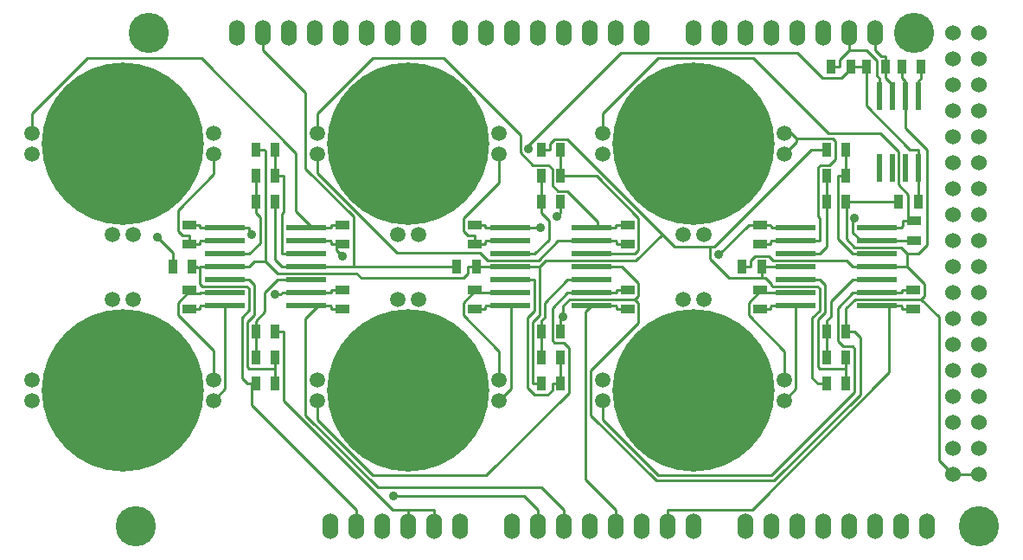
<source format=gtl>
G04 #@! TF.GenerationSoftware,KiCad,Pcbnew,(5.0.0)*
G04 #@! TF.CreationDate,2019-04-25T23:48:33-07:00*
G04 #@! TF.ProjectId,Arduino_Mega_6x,41726475696E6F5F4D6567615F36782E,rev?*
G04 #@! TF.SameCoordinates,Original*
G04 #@! TF.FileFunction,Copper,L1,Top,Signal*
G04 #@! TF.FilePolarity,Positive*
%FSLAX46Y46*%
G04 Gerber Fmt 4.6, Leading zero omitted, Abs format (unit mm)*
G04 Created by KiCad (PCBNEW (5.0.0)) date 04/25/19 23:48:33*
%MOMM*%
%LPD*%
G01*
G04 APERTURE LIST*
G04 #@! TA.AperFunction,ComponentPad*
%ADD10O,1.524000X2.540000*%
G04 #@! TD*
G04 #@! TA.AperFunction,ComponentPad*
%ADD11C,3.937000*%
G04 #@! TD*
G04 #@! TA.AperFunction,ComponentPad*
%ADD12C,1.524000*%
G04 #@! TD*
G04 #@! TA.AperFunction,ComponentPad*
%ADD13C,15.875000*%
G04 #@! TD*
G04 #@! TA.AperFunction,ComponentPad*
%ADD14C,1.500000*%
G04 #@! TD*
G04 #@! TA.AperFunction,SMDPad,CuDef*
%ADD15R,4.000000X0.500000*%
G04 #@! TD*
G04 #@! TA.AperFunction,SMDPad,CuDef*
%ADD16R,1.397000X0.889000*%
G04 #@! TD*
G04 #@! TA.AperFunction,SMDPad,CuDef*
%ADD17R,0.889000X1.397000*%
G04 #@! TD*
G04 #@! TA.AperFunction,SMDPad,CuDef*
%ADD18R,0.500000X2.800000*%
G04 #@! TD*
G04 #@! TA.AperFunction,ViaPad*
%ADD19C,0.889000*%
G04 #@! TD*
G04 #@! TA.AperFunction,Conductor*
%ADD20C,0.254000*%
G04 #@! TD*
G04 APERTURE END LIST*
D10*
G04 #@! TO.P,SHIELD1,14*
G04 #@! TO.N,Net-(SHIELD1-Pad14)*
X265430000Y-36830000D03*
G04 #@! TO.P,SHIELD1,15*
G04 #@! TO.N,Net-(SHIELD1-Pad15)*
X267970000Y-36830000D03*
G04 #@! TO.P,SHIELD1,16*
G04 #@! TO.N,Net-(SHIELD1-Pad16)*
X270510000Y-36830000D03*
G04 #@! TO.P,SHIELD1,17*
G04 #@! TO.N,Net-(SHIELD1-Pad17)*
X273050000Y-36830000D03*
G04 #@! TO.P,SHIELD1,18*
G04 #@! TO.N,Net-(SHIELD1-Pad18)*
X275590000Y-36830000D03*
G04 #@! TO.P,SHIELD1,19*
G04 #@! TO.N,Net-(SHIELD1-Pad19)*
X278130000Y-36830000D03*
G04 #@! TO.P,SHIELD1,20*
G04 #@! TO.N,Net-(R26-Pad1)*
X280670000Y-36830000D03*
G04 #@! TO.P,SHIELD1,21*
G04 #@! TO.N,Net-(R25-Pad2)*
X283210000Y-36830000D03*
G04 #@! TO.P,SHIELD1,AD15*
G04 #@! TO.N,Net-(SHIELD1-PadAD15)*
X288290000Y-85090000D03*
G04 #@! TO.P,SHIELD1,AD14*
G04 #@! TO.N,Net-(SHIELD1-PadAD14)*
X285750000Y-85090000D03*
G04 #@! TO.P,SHIELD1,AD13*
G04 #@! TO.N,Net-(SHIELD1-PadAD13)*
X283210000Y-85090000D03*
G04 #@! TO.P,SHIELD1,AD12*
G04 #@! TO.N,Net-(SHIELD1-PadAD12)*
X280670000Y-85090000D03*
G04 #@! TO.P,SHIELD1,AD8*
G04 #@! TO.N,Net-(SHIELD1-PadAD8)*
X270510000Y-85090000D03*
G04 #@! TO.P,SHIELD1,AD7*
G04 #@! TO.N,Net-(SHIELD1-PadAD7)*
X265430000Y-85090000D03*
G04 #@! TO.P,SHIELD1,AD6*
G04 #@! TO.N,Net-(R24-Pad2)*
X262890000Y-85090000D03*
G04 #@! TO.P,SHIELD1,AD9*
G04 #@! TO.N,Net-(SHIELD1-PadAD9)*
X273050000Y-85090000D03*
G04 #@! TO.P,SHIELD1,AD10*
G04 #@! TO.N,Net-(SHIELD1-PadAD10)*
X275590000Y-85090000D03*
G04 #@! TO.P,SHIELD1,AD11*
G04 #@! TO.N,Net-(SHIELD1-PadAD11)*
X278130000Y-85090000D03*
G04 #@! TO.P,SHIELD1,AD5*
G04 #@! TO.N,Net-(R17-Pad2)*
X260350000Y-85090000D03*
G04 #@! TO.P,SHIELD1,AD4*
G04 #@! TO.N,Net-(R16-Pad2)*
X257810000Y-85090000D03*
G04 #@! TO.P,SHIELD1,AD3*
G04 #@! TO.N,Net-(R9-Pad2)*
X255270000Y-85090000D03*
G04 #@! TO.P,SHIELD1,AD0*
G04 #@! TO.N,Net-(SHIELD1-PadAD0)*
X247650000Y-85090000D03*
G04 #@! TO.P,SHIELD1,AD1*
G04 #@! TO.N,Net-(R1-Pad2)*
X250190000Y-85090000D03*
G04 #@! TO.P,SHIELD1,AD2*
G04 #@! TO.N,Net-(R8-Pad2)*
X252730000Y-85090000D03*
G04 #@! TO.P,SHIELD1,V_IN*
G04 #@! TO.N,Net-(SHIELD1-PadV_IN)*
X242570000Y-85090000D03*
G04 #@! TO.P,SHIELD1,GND2*
G04 #@! TO.N,GND*
X240030000Y-85090000D03*
G04 #@! TO.P,SHIELD1,GND1*
X237490000Y-85090000D03*
G04 #@! TO.P,SHIELD1,3V3*
G04 #@! TO.N,+3.3V*
X232410000Y-85090000D03*
G04 #@! TO.P,SHIELD1,RST*
G04 #@! TO.N,Net-(SHIELD1-PadRST)*
X229870000Y-85090000D03*
G04 #@! TO.P,SHIELD1,0*
G04 #@! TO.N,Net-(SHIELD1-Pad0)*
X260350000Y-36830000D03*
G04 #@! TO.P,SHIELD1,1*
G04 #@! TO.N,Net-(SHIELD1-Pad1)*
X257810000Y-36830000D03*
G04 #@! TO.P,SHIELD1,2*
G04 #@! TO.N,Net-(SHIELD1-Pad2)*
X255270000Y-36830000D03*
G04 #@! TO.P,SHIELD1,3*
G04 #@! TO.N,Net-(SHIELD1-Pad3)*
X252730000Y-36830000D03*
G04 #@! TO.P,SHIELD1,4*
G04 #@! TO.N,Net-(SHIELD1-Pad4)*
X250190000Y-36830000D03*
G04 #@! TO.P,SHIELD1,5*
G04 #@! TO.N,Net-(SHIELD1-Pad5)*
X247650000Y-36830000D03*
G04 #@! TO.P,SHIELD1,6*
G04 #@! TO.N,Net-(SHIELD1-Pad6)*
X245110000Y-36830000D03*
G04 #@! TO.P,SHIELD1,7*
G04 #@! TO.N,Net-(SHIELD1-Pad7)*
X242570000Y-36830000D03*
G04 #@! TO.P,SHIELD1,8*
G04 #@! TO.N,Net-(SHIELD1-Pad8)*
X238506000Y-36830000D03*
G04 #@! TO.P,SHIELD1,9*
G04 #@! TO.N,Net-(SHIELD1-Pad9)*
X235966000Y-36830000D03*
G04 #@! TO.P,SHIELD1,10*
G04 #@! TO.N,Net-(SHIELD1-Pad10)*
X233426000Y-36830000D03*
G04 #@! TO.P,SHIELD1,11*
G04 #@! TO.N,Net-(SHIELD1-Pad11)*
X230886000Y-36830000D03*
G04 #@! TO.P,SHIELD1,12*
G04 #@! TO.N,Net-(SHIELD1-Pad12)*
X228346000Y-36830000D03*
G04 #@! TO.P,SHIELD1,13*
G04 #@! TO.N,Net-(SHIELD1-Pad13)*
X225806000Y-36830000D03*
G04 #@! TO.P,SHIELD1,GND3*
G04 #@! TO.N,GND*
X223266000Y-36830000D03*
G04 #@! TO.P,SHIELD1,AREF*
G04 #@! TO.N,Net-(SHIELD1-PadAREF)*
X220726000Y-36830000D03*
G04 #@! TO.P,SHIELD1,5V*
G04 #@! TO.N,+5V*
X234950000Y-85090000D03*
D11*
G04 #@! TO.P,SHIELD1,*
G04 #@! TO.N,*
X293370000Y-85090000D03*
X287020000Y-36830000D03*
X212090000Y-36830000D03*
X210820000Y-85090000D03*
D12*
G04 #@! TO.P,SHIELD1,22*
G04 #@! TO.N,Net-(SHIELD1-Pad22)*
X290830000Y-39370000D03*
G04 #@! TO.P,SHIELD1,23*
G04 #@! TO.N,Net-(SHIELD1-Pad23)*
X293370000Y-39370000D03*
G04 #@! TO.P,SHIELD1,24*
G04 #@! TO.N,Net-(SHIELD1-Pad24)*
X290830000Y-41910000D03*
G04 #@! TO.P,SHIELD1,25*
G04 #@! TO.N,Net-(SHIELD1-Pad25)*
X293370000Y-41910000D03*
G04 #@! TO.P,SHIELD1,26*
G04 #@! TO.N,Net-(SHIELD1-Pad26)*
X290830000Y-44450000D03*
G04 #@! TO.P,SHIELD1,27*
G04 #@! TO.N,Net-(SHIELD1-Pad27)*
X293370000Y-44450000D03*
G04 #@! TO.P,SHIELD1,28*
G04 #@! TO.N,Net-(SHIELD1-Pad28)*
X290830000Y-46990000D03*
G04 #@! TO.P,SHIELD1,29*
G04 #@! TO.N,Net-(SHIELD1-Pad29)*
X293370000Y-46990000D03*
G04 #@! TO.P,SHIELD1,5V_4*
G04 #@! TO.N,Net-(SHIELD1-Pad5V_4)*
X290830000Y-36830000D03*
G04 #@! TO.P,SHIELD1,5V_5*
G04 #@! TO.N,Net-(SHIELD1-Pad5V_5)*
X293370000Y-36830000D03*
G04 #@! TO.P,SHIELD1,31*
G04 #@! TO.N,Net-(SHIELD1-Pad31)*
X293370000Y-49530000D03*
G04 #@! TO.P,SHIELD1,30*
G04 #@! TO.N,Net-(SHIELD1-Pad30)*
X290830000Y-49530000D03*
G04 #@! TO.P,SHIELD1,32*
G04 #@! TO.N,Net-(SHIELD1-Pad32)*
X290830000Y-52070000D03*
G04 #@! TO.P,SHIELD1,33*
G04 #@! TO.N,Net-(SHIELD1-Pad33)*
X293370000Y-52070000D03*
G04 #@! TO.P,SHIELD1,34*
G04 #@! TO.N,Net-(SHIELD1-Pad34)*
X290830000Y-54610000D03*
G04 #@! TO.P,SHIELD1,35*
G04 #@! TO.N,Net-(SHIELD1-Pad35)*
X293370000Y-54610000D03*
G04 #@! TO.P,SHIELD1,36*
G04 #@! TO.N,Net-(SHIELD1-Pad36)*
X290830000Y-57150000D03*
G04 #@! TO.P,SHIELD1,37*
G04 #@! TO.N,Net-(SHIELD1-Pad37)*
X293370000Y-57150000D03*
G04 #@! TO.P,SHIELD1,38*
G04 #@! TO.N,Net-(SHIELD1-Pad38)*
X290830000Y-59690000D03*
G04 #@! TO.P,SHIELD1,39*
G04 #@! TO.N,Net-(SHIELD1-Pad39)*
X293370000Y-59690000D03*
G04 #@! TO.P,SHIELD1,40*
G04 #@! TO.N,Net-(SHIELD1-Pad40)*
X290830000Y-62230000D03*
G04 #@! TO.P,SHIELD1,41*
G04 #@! TO.N,Net-(SHIELD1-Pad41)*
X293370000Y-62230000D03*
G04 #@! TO.P,SHIELD1,42*
G04 #@! TO.N,Net-(SHIELD1-Pad42)*
X290830000Y-64770000D03*
G04 #@! TO.P,SHIELD1,43*
G04 #@! TO.N,Net-(SHIELD1-Pad43)*
X293370000Y-64770000D03*
G04 #@! TO.P,SHIELD1,44*
G04 #@! TO.N,Net-(SHIELD1-Pad44)*
X290830000Y-67310000D03*
G04 #@! TO.P,SHIELD1,45*
G04 #@! TO.N,Net-(SHIELD1-Pad45)*
X293370000Y-67310000D03*
G04 #@! TO.P,SHIELD1,46*
G04 #@! TO.N,Net-(SHIELD1-Pad46)*
X290830000Y-69850000D03*
G04 #@! TO.P,SHIELD1,47*
G04 #@! TO.N,Net-(SHIELD1-Pad47)*
X293370000Y-69850000D03*
G04 #@! TO.P,SHIELD1,48*
G04 #@! TO.N,Net-(SHIELD1-Pad48)*
X290830000Y-72390000D03*
G04 #@! TO.P,SHIELD1,49*
G04 #@! TO.N,Net-(SHIELD1-Pad49)*
X293370000Y-72390000D03*
G04 #@! TO.P,SHIELD1,50*
G04 #@! TO.N,Net-(SHIELD1-Pad50)*
X290830000Y-74930000D03*
G04 #@! TO.P,SHIELD1,51*
G04 #@! TO.N,Net-(SHIELD1-Pad51)*
X293370000Y-74930000D03*
G04 #@! TO.P,SHIELD1,52*
G04 #@! TO.N,Net-(SHIELD1-Pad52)*
X290830000Y-77470000D03*
G04 #@! TO.P,SHIELD1,53*
G04 #@! TO.N,Net-(SHIELD1-Pad53)*
X293370000Y-77470000D03*
G04 #@! TO.P,SHIELD1,GND4*
G04 #@! TO.N,GND*
X290830000Y-80010000D03*
G04 #@! TO.P,SHIELD1,GND5*
X293370000Y-80010000D03*
G04 #@! TD*
D13*
G04 #@! TO.P,U1,*
G04 #@! TO.N,*
X209550000Y-47625000D03*
D14*
G04 #@! TO.P,U1,1*
G04 #@! TO.N,Net-(R1-Pad1)*
X218440000Y-48628300D03*
G04 #@! TO.P,U1,*
G04 #@! TO.N,*
X210553300Y-56515000D03*
X208546700Y-56515000D03*
G04 #@! TO.P,U1,6*
G04 #@! TO.N,Net-(R1-Pad1)*
X218440000Y-46621700D03*
G04 #@! TO.P,U1,4*
G04 #@! TO.N,Net-(C5-Pad1)*
X200660000Y-48628300D03*
G04 #@! TO.P,U1,5*
G04 #@! TO.N,Net-(C5-Pad2)*
X200660000Y-46621700D03*
G04 #@! TD*
D13*
G04 #@! TO.P,U3,*
G04 #@! TO.N,*
X265430000Y-47625000D03*
D14*
G04 #@! TO.P,U3,1*
G04 #@! TO.N,Net-(R17-Pad1)*
X274320000Y-48628300D03*
G04 #@! TO.P,U3,*
G04 #@! TO.N,*
X266433300Y-56515000D03*
X264426700Y-56515000D03*
G04 #@! TO.P,U3,6*
G04 #@! TO.N,Net-(R17-Pad1)*
X274320000Y-46621700D03*
G04 #@! TO.P,U3,4*
G04 #@! TO.N,Net-(C9-Pad1)*
X256540000Y-48628300D03*
G04 #@! TO.P,U3,5*
G04 #@! TO.N,Net-(C9-Pad2)*
X256540000Y-46621700D03*
G04 #@! TD*
D13*
G04 #@! TO.P,U2,*
G04 #@! TO.N,*
X237490000Y-47625000D03*
D14*
G04 #@! TO.P,U2,1*
G04 #@! TO.N,Net-(R9-Pad1)*
X246380000Y-48628300D03*
G04 #@! TO.P,U2,*
G04 #@! TO.N,*
X238493300Y-56515000D03*
X236486700Y-56515000D03*
G04 #@! TO.P,U2,6*
G04 #@! TO.N,Net-(R9-Pad1)*
X246380000Y-46621700D03*
G04 #@! TO.P,U2,4*
G04 #@! TO.N,Net-(C7-Pad1)*
X228600000Y-48628300D03*
G04 #@! TO.P,U2,5*
G04 #@! TO.N,Net-(C7-Pad2)*
X228600000Y-46621700D03*
G04 #@! TD*
D13*
G04 #@! TO.P,U4,*
G04 #@! TO.N,*
X209550000Y-71755000D03*
D14*
G04 #@! TO.P,U4,1*
G04 #@! TO.N,Net-(R8-Pad1)*
X200660000Y-70751700D03*
G04 #@! TO.P,U4,*
G04 #@! TO.N,*
X208546700Y-62865000D03*
X210553300Y-62865000D03*
G04 #@! TO.P,U4,6*
G04 #@! TO.N,Net-(R8-Pad1)*
X200660000Y-72758300D03*
G04 #@! TO.P,U4,4*
G04 #@! TO.N,Net-(C4-Pad2)*
X218440000Y-70751700D03*
G04 #@! TO.P,U4,5*
G04 #@! TO.N,Net-(C4-Pad1)*
X218440000Y-72758300D03*
G04 #@! TD*
D13*
G04 #@! TO.P,U5,*
G04 #@! TO.N,*
X237490000Y-71755000D03*
D14*
G04 #@! TO.P,U5,1*
G04 #@! TO.N,Net-(R16-Pad1)*
X228600000Y-70751700D03*
G04 #@! TO.P,U5,*
G04 #@! TO.N,*
X236486700Y-62865000D03*
X238493300Y-62865000D03*
G04 #@! TO.P,U5,6*
G04 #@! TO.N,Net-(R16-Pad1)*
X228600000Y-72758300D03*
G04 #@! TO.P,U5,4*
G04 #@! TO.N,Net-(C6-Pad2)*
X246380000Y-70751700D03*
G04 #@! TO.P,U5,5*
G04 #@! TO.N,Net-(C6-Pad1)*
X246380000Y-72758300D03*
G04 #@! TD*
D13*
G04 #@! TO.P,U6,*
G04 #@! TO.N,*
X265430000Y-71755000D03*
D14*
G04 #@! TO.P,U6,1*
G04 #@! TO.N,Net-(R24-Pad1)*
X256540000Y-70751700D03*
G04 #@! TO.P,U6,*
G04 #@! TO.N,*
X264426700Y-62865000D03*
X266433300Y-62865000D03*
G04 #@! TO.P,U6,6*
G04 #@! TO.N,Net-(R24-Pad1)*
X256540000Y-72758300D03*
G04 #@! TO.P,U6,4*
G04 #@! TO.N,Net-(C8-Pad2)*
X274320000Y-70751700D03*
G04 #@! TO.P,U6,5*
G04 #@! TO.N,Net-(C8-Pad1)*
X274320000Y-72758300D03*
G04 #@! TD*
D15*
G04 #@! TO.P,U9,1*
G04 #@! TO.N,Net-(R17-Pad2)*
X275400000Y-55880000D03*
G04 #@! TO.P,U9,2*
G04 #@! TO.N,Net-(R17-Pad1)*
X275400000Y-57150000D03*
G04 #@! TO.P,U9,3*
G04 #@! TO.N,Net-(R19-Pad1)*
X275400000Y-58420000D03*
G04 #@! TO.P,U9,4*
G04 #@! TO.N,+3.3V*
X275400000Y-59690000D03*
G04 #@! TO.P,U9,5*
G04 #@! TO.N,Net-(R22-Pad2)*
X275400000Y-60960000D03*
G04 #@! TO.P,U9,6*
G04 #@! TO.N,Net-(C8-Pad2)*
X275400000Y-62230000D03*
G04 #@! TO.P,U9,7*
G04 #@! TO.N,Net-(C8-Pad1)*
X275400000Y-63500000D03*
G04 #@! TO.P,U9,8*
G04 #@! TO.N,Net-(R24-Pad2)*
X283400000Y-63500000D03*
G04 #@! TO.P,U9,9*
G04 #@! TO.N,Net-(R24-Pad1)*
X283400000Y-62230000D03*
G04 #@! TO.P,U9,10*
G04 #@! TO.N,Net-(R21-Pad1)*
X283400000Y-60960000D03*
G04 #@! TO.P,U9,11*
G04 #@! TO.N,GND*
X283400000Y-59690000D03*
G04 #@! TO.P,U9,12*
G04 #@! TO.N,Net-(R18-Pad2)*
X283400000Y-58420000D03*
G04 #@! TO.P,U9,13*
G04 #@! TO.N,Net-(C9-Pad1)*
X283400000Y-57150000D03*
G04 #@! TO.P,U9,14*
G04 #@! TO.N,Net-(C9-Pad2)*
X283400000Y-55880000D03*
G04 #@! TD*
G04 #@! TO.P,U7,1*
G04 #@! TO.N,Net-(R1-Pad2)*
X219520000Y-55880000D03*
G04 #@! TO.P,U7,2*
G04 #@! TO.N,Net-(R1-Pad1)*
X219520000Y-57150000D03*
G04 #@! TO.P,U7,3*
G04 #@! TO.N,Net-(R3-Pad1)*
X219520000Y-58420000D03*
G04 #@! TO.P,U7,4*
G04 #@! TO.N,+3.3V*
X219520000Y-59690000D03*
G04 #@! TO.P,U7,5*
G04 #@! TO.N,Net-(R6-Pad2)*
X219520000Y-60960000D03*
G04 #@! TO.P,U7,6*
G04 #@! TO.N,Net-(C4-Pad2)*
X219520000Y-62230000D03*
G04 #@! TO.P,U7,7*
G04 #@! TO.N,Net-(C4-Pad1)*
X219520000Y-63500000D03*
G04 #@! TO.P,U7,8*
G04 #@! TO.N,Net-(R8-Pad2)*
X227520000Y-63500000D03*
G04 #@! TO.P,U7,9*
G04 #@! TO.N,Net-(R8-Pad1)*
X227520000Y-62230000D03*
G04 #@! TO.P,U7,10*
G04 #@! TO.N,Net-(R5-Pad1)*
X227520000Y-60960000D03*
G04 #@! TO.P,U7,11*
G04 #@! TO.N,GND*
X227520000Y-59690000D03*
G04 #@! TO.P,U7,12*
G04 #@! TO.N,Net-(R2-Pad2)*
X227520000Y-58420000D03*
G04 #@! TO.P,U7,13*
G04 #@! TO.N,Net-(C5-Pad1)*
X227520000Y-57150000D03*
G04 #@! TO.P,U7,14*
G04 #@! TO.N,Net-(C5-Pad2)*
X227520000Y-55880000D03*
G04 #@! TD*
G04 #@! TO.P,U8,1*
G04 #@! TO.N,Net-(R9-Pad2)*
X247460000Y-55880000D03*
G04 #@! TO.P,U8,2*
G04 #@! TO.N,Net-(R9-Pad1)*
X247460000Y-57150000D03*
G04 #@! TO.P,U8,3*
G04 #@! TO.N,Net-(R11-Pad1)*
X247460000Y-58420000D03*
G04 #@! TO.P,U8,4*
G04 #@! TO.N,+3.3V*
X247460000Y-59690000D03*
G04 #@! TO.P,U8,5*
G04 #@! TO.N,Net-(R14-Pad2)*
X247460000Y-60960000D03*
G04 #@! TO.P,U8,6*
G04 #@! TO.N,Net-(C6-Pad2)*
X247460000Y-62230000D03*
G04 #@! TO.P,U8,7*
G04 #@! TO.N,Net-(C6-Pad1)*
X247460000Y-63500000D03*
G04 #@! TO.P,U8,8*
G04 #@! TO.N,Net-(R16-Pad2)*
X255460000Y-63500000D03*
G04 #@! TO.P,U8,9*
G04 #@! TO.N,Net-(R16-Pad1)*
X255460000Y-62230000D03*
G04 #@! TO.P,U8,10*
G04 #@! TO.N,Net-(R13-Pad1)*
X255460000Y-60960000D03*
G04 #@! TO.P,U8,11*
G04 #@! TO.N,GND*
X255460000Y-59690000D03*
G04 #@! TO.P,U8,12*
G04 #@! TO.N,Net-(R10-Pad2)*
X255460000Y-58420000D03*
G04 #@! TO.P,U8,13*
G04 #@! TO.N,Net-(C7-Pad1)*
X255460000Y-57150000D03*
G04 #@! TO.P,U8,14*
G04 #@! TO.N,Net-(C7-Pad2)*
X255460000Y-55880000D03*
G04 #@! TD*
D16*
G04 #@! TO.P,R1,1*
G04 #@! TO.N,Net-(R1-Pad1)*
X216027000Y-57467500D03*
G04 #@! TO.P,R1,2*
G04 #@! TO.N,Net-(R1-Pad2)*
X216027000Y-55562500D03*
G04 #@! TD*
G04 #@! TO.P,R8,1*
G04 #@! TO.N,Net-(R8-Pad1)*
X231013000Y-61912500D03*
G04 #@! TO.P,R8,2*
G04 #@! TO.N,Net-(R8-Pad2)*
X231013000Y-63817500D03*
G04 #@! TD*
D17*
G04 #@! TO.P,R3,1*
G04 #@! TO.N,Net-(R3-Pad1)*
X222567500Y-50800000D03*
G04 #@! TO.P,R3,2*
G04 #@! TO.N,Net-(R2-Pad2)*
X224472500Y-50800000D03*
G04 #@! TD*
G04 #@! TO.P,R4,1*
G04 #@! TO.N,Net-(R3-Pad1)*
X222567500Y-53340000D03*
G04 #@! TO.P,R4,2*
G04 #@! TO.N,GND*
X224472500Y-53340000D03*
G04 #@! TD*
G04 #@! TO.P,R2,1*
G04 #@! TO.N,+3.3V*
X222567500Y-48260000D03*
G04 #@! TO.P,R2,2*
G04 #@! TO.N,Net-(R2-Pad2)*
X224472500Y-48260000D03*
G04 #@! TD*
G04 #@! TO.P,R6,1*
G04 #@! TO.N,Net-(R5-Pad1)*
X222567500Y-68580000D03*
G04 #@! TO.P,R6,2*
G04 #@! TO.N,Net-(R6-Pad2)*
X224472500Y-68580000D03*
G04 #@! TD*
G04 #@! TO.P,R5,1*
G04 #@! TO.N,Net-(R5-Pad1)*
X222567500Y-66040000D03*
G04 #@! TO.P,R5,2*
G04 #@! TO.N,GND*
X224472500Y-66040000D03*
G04 #@! TD*
G04 #@! TO.P,R7,1*
G04 #@! TO.N,+3.3V*
X222567500Y-71120000D03*
G04 #@! TO.P,R7,2*
G04 #@! TO.N,Net-(R6-Pad2)*
X224472500Y-71120000D03*
G04 #@! TD*
D16*
G04 #@! TO.P,R9,1*
G04 #@! TO.N,Net-(R9-Pad1)*
X243967000Y-57467500D03*
G04 #@! TO.P,R9,2*
G04 #@! TO.N,Net-(R9-Pad2)*
X243967000Y-55562500D03*
G04 #@! TD*
G04 #@! TO.P,R16,1*
G04 #@! TO.N,Net-(R16-Pad1)*
X258953000Y-61912500D03*
G04 #@! TO.P,R16,2*
G04 #@! TO.N,Net-(R16-Pad2)*
X258953000Y-63817500D03*
G04 #@! TD*
D17*
G04 #@! TO.P,R11,1*
G04 #@! TO.N,Net-(R11-Pad1)*
X250507500Y-50800000D03*
G04 #@! TO.P,R11,2*
G04 #@! TO.N,Net-(R10-Pad2)*
X252412500Y-50800000D03*
G04 #@! TD*
G04 #@! TO.P,R12,1*
G04 #@! TO.N,Net-(R11-Pad1)*
X250507500Y-53340000D03*
G04 #@! TO.P,R12,2*
G04 #@! TO.N,GND*
X252412500Y-53340000D03*
G04 #@! TD*
G04 #@! TO.P,R10,1*
G04 #@! TO.N,+3.3V*
X250507500Y-48260000D03*
G04 #@! TO.P,R10,2*
G04 #@! TO.N,Net-(R10-Pad2)*
X252412500Y-48260000D03*
G04 #@! TD*
G04 #@! TO.P,R14,1*
G04 #@! TO.N,Net-(R13-Pad1)*
X250507500Y-68580000D03*
G04 #@! TO.P,R14,2*
G04 #@! TO.N,Net-(R14-Pad2)*
X252412500Y-68580000D03*
G04 #@! TD*
G04 #@! TO.P,R13,1*
G04 #@! TO.N,Net-(R13-Pad1)*
X250507500Y-66040000D03*
G04 #@! TO.P,R13,2*
G04 #@! TO.N,GND*
X252412500Y-66040000D03*
G04 #@! TD*
G04 #@! TO.P,R15,1*
G04 #@! TO.N,+3.3V*
X250507500Y-71120000D03*
G04 #@! TO.P,R15,2*
G04 #@! TO.N,Net-(R14-Pad2)*
X252412500Y-71120000D03*
G04 #@! TD*
D16*
G04 #@! TO.P,R17,1*
G04 #@! TO.N,Net-(R17-Pad1)*
X271907000Y-57467500D03*
G04 #@! TO.P,R17,2*
G04 #@! TO.N,Net-(R17-Pad2)*
X271907000Y-55562500D03*
G04 #@! TD*
G04 #@! TO.P,R24,1*
G04 #@! TO.N,Net-(R24-Pad1)*
X286893000Y-61912500D03*
G04 #@! TO.P,R24,2*
G04 #@! TO.N,Net-(R24-Pad2)*
X286893000Y-63817500D03*
G04 #@! TD*
D17*
G04 #@! TO.P,R19,1*
G04 #@! TO.N,Net-(R19-Pad1)*
X278447500Y-50800000D03*
G04 #@! TO.P,R19,2*
G04 #@! TO.N,Net-(R18-Pad2)*
X280352500Y-50800000D03*
G04 #@! TD*
G04 #@! TO.P,R20,1*
G04 #@! TO.N,Net-(R19-Pad1)*
X278447500Y-53340000D03*
G04 #@! TO.P,R20,2*
G04 #@! TO.N,GND*
X280352500Y-53340000D03*
G04 #@! TD*
G04 #@! TO.P,R18,1*
G04 #@! TO.N,+3.3V*
X278447500Y-48260000D03*
G04 #@! TO.P,R18,2*
G04 #@! TO.N,Net-(R18-Pad2)*
X280352500Y-48260000D03*
G04 #@! TD*
G04 #@! TO.P,R22,1*
G04 #@! TO.N,Net-(R21-Pad1)*
X278447500Y-68580000D03*
G04 #@! TO.P,R22,2*
G04 #@! TO.N,Net-(R22-Pad2)*
X280352500Y-68580000D03*
G04 #@! TD*
G04 #@! TO.P,R21,1*
G04 #@! TO.N,Net-(R21-Pad1)*
X278447500Y-66040000D03*
G04 #@! TO.P,R21,2*
G04 #@! TO.N,GND*
X280352500Y-66040000D03*
G04 #@! TD*
G04 #@! TO.P,R23,1*
G04 #@! TO.N,+3.3V*
X278447500Y-71120000D03*
G04 #@! TO.P,R23,2*
G04 #@! TO.N,Net-(R22-Pad2)*
X280352500Y-71120000D03*
G04 #@! TD*
G04 #@! TO.P,C1,1*
G04 #@! TO.N,+3.3V*
X216344500Y-59690000D03*
G04 #@! TO.P,C1,2*
G04 #@! TO.N,GND*
X214439500Y-59690000D03*
G04 #@! TD*
G04 #@! TO.P,C2,1*
G04 #@! TO.N,+3.3V*
X244157500Y-59690000D03*
G04 #@! TO.P,C2,2*
G04 #@! TO.N,GND*
X242252500Y-59690000D03*
G04 #@! TD*
G04 #@! TO.P,C3,1*
G04 #@! TO.N,+3.3V*
X272097500Y-59690000D03*
G04 #@! TO.P,C3,2*
G04 #@! TO.N,GND*
X270192500Y-59690000D03*
G04 #@! TD*
D16*
G04 #@! TO.P,C5,1*
G04 #@! TO.N,Net-(C5-Pad1)*
X231013000Y-57467500D03*
G04 #@! TO.P,C5,2*
G04 #@! TO.N,Net-(C5-Pad2)*
X231013000Y-55562500D03*
G04 #@! TD*
G04 #@! TO.P,C4,1*
G04 #@! TO.N,Net-(C4-Pad1)*
X216027000Y-63817500D03*
G04 #@! TO.P,C4,2*
G04 #@! TO.N,Net-(C4-Pad2)*
X216027000Y-61912500D03*
G04 #@! TD*
G04 #@! TO.P,C6,1*
G04 #@! TO.N,Net-(C6-Pad1)*
X243967000Y-63817500D03*
G04 #@! TO.P,C6,2*
G04 #@! TO.N,Net-(C6-Pad2)*
X243967000Y-61912500D03*
G04 #@! TD*
G04 #@! TO.P,C8,1*
G04 #@! TO.N,Net-(C8-Pad1)*
X271907000Y-63817500D03*
G04 #@! TO.P,C8,2*
G04 #@! TO.N,Net-(C8-Pad2)*
X271907000Y-61912500D03*
G04 #@! TD*
G04 #@! TO.P,C9,1*
G04 #@! TO.N,Net-(C9-Pad1)*
X287020000Y-57086500D03*
G04 #@! TO.P,C9,2*
G04 #@! TO.N,Net-(C9-Pad2)*
X287020000Y-55181500D03*
G04 #@! TD*
G04 #@! TO.P,C7,1*
G04 #@! TO.N,Net-(C7-Pad1)*
X258953000Y-57467500D03*
G04 #@! TO.P,C7,2*
G04 #@! TO.N,Net-(C7-Pad2)*
X258953000Y-55562500D03*
G04 #@! TD*
D18*
G04 #@! TO.P,U11,1*
G04 #@! TO.N,Net-(C13-Pad2)*
X287401000Y-42982000D03*
G04 #@! TO.P,U11,2*
G04 #@! TO.N,GND*
X286131000Y-42982000D03*
G04 #@! TO.P,U11,3*
G04 #@! TO.N,Net-(R25-Pad2)*
X284861000Y-42982000D03*
G04 #@! TO.P,U11,4*
G04 #@! TO.N,Net-(R26-Pad1)*
X283591000Y-42982000D03*
G04 #@! TO.P,U11,5*
G04 #@! TO.N,Net-(U11-Pad5)*
X283591000Y-49982000D03*
G04 #@! TO.P,U11,6*
G04 #@! TO.N,Net-(U11-Pad6)*
X284861000Y-49982000D03*
G04 #@! TO.P,U11,7*
G04 #@! TO.N,Net-(U11-Pad7)*
X286131000Y-49982000D03*
G04 #@! TO.P,U11,8*
G04 #@! TO.N,+5V*
X287401000Y-49982000D03*
G04 #@! TD*
D17*
G04 #@! TO.P,C13,1*
G04 #@! TO.N,GND*
X285813500Y-40132000D03*
G04 #@! TO.P,C13,2*
G04 #@! TO.N,Net-(C13-Pad2)*
X287718500Y-40132000D03*
G04 #@! TD*
G04 #@! TO.P,C14,1*
G04 #@! TO.N,+5V*
X287400500Y-53340000D03*
G04 #@! TO.P,C14,2*
G04 #@! TO.N,GND*
X285495500Y-53340000D03*
G04 #@! TD*
G04 #@! TO.P,R25,1*
G04 #@! TO.N,+5V*
X282321500Y-40132000D03*
G04 #@! TO.P,R25,2*
G04 #@! TO.N,Net-(R25-Pad2)*
X284226500Y-40132000D03*
G04 #@! TD*
G04 #@! TO.P,R26,1*
G04 #@! TO.N,Net-(R26-Pad1)*
X278891500Y-40132000D03*
G04 #@! TO.P,R26,2*
G04 #@! TO.N,+5V*
X280796500Y-40132000D03*
G04 #@! TD*
D19*
G04 #@! TO.N,+5V*
X249294400Y-48177900D03*
G04 #@! TO.N,GND*
X212935600Y-56823100D03*
X252009300Y-54744700D03*
X252669400Y-64552200D03*
G04 #@! TO.N,Net-(C5-Pad1)*
X231019500Y-58612400D03*
G04 #@! TO.N,Net-(C9-Pad1)*
X281215800Y-54921000D03*
G04 #@! TO.N,Net-(R1-Pad2)*
X236036200Y-82086800D03*
X222144600Y-56494800D03*
G04 #@! TO.N,Net-(R8-Pad1)*
X224483600Y-62333900D03*
G04 #@! TO.N,Net-(R9-Pad2)*
X250402300Y-55880000D03*
G04 #@! TO.N,Net-(R17-Pad2)*
X267858100Y-58488000D03*
G04 #@! TD*
D20*
G04 #@! TO.N,+3.3V*
X232410000Y-85090000D02*
X232410000Y-83438700D01*
X222154600Y-71120000D02*
X222154600Y-73183300D01*
X222154600Y-73183300D02*
X232410000Y-83438700D01*
X222154600Y-71120000D02*
X221741700Y-71120000D01*
X222567500Y-71120000D02*
X222154600Y-71120000D01*
X217091100Y-59737600D02*
X217122200Y-59768700D01*
X217122200Y-59768700D02*
X217122200Y-61363600D01*
X217122200Y-61363600D02*
X217350000Y-61591400D01*
X217350000Y-61591400D02*
X221676300Y-61591400D01*
X221676300Y-61591400D02*
X221901400Y-61816500D01*
X221901400Y-61816500D02*
X221901400Y-63924400D01*
X221901400Y-63924400D02*
X221200800Y-64625000D01*
X221200800Y-64625000D02*
X221200800Y-70579100D01*
X221200800Y-70579100D02*
X221741700Y-71120000D01*
X217091100Y-59737600D02*
X216805000Y-59737600D01*
X216805000Y-59737600D02*
X216757400Y-59690000D01*
X217138700Y-59690000D02*
X217091100Y-59737600D01*
X223511700Y-59143900D02*
X222447400Y-59143900D01*
X222447400Y-59143900D02*
X221901300Y-59690000D01*
X243331700Y-59690000D02*
X243331700Y-60309300D01*
X243331700Y-60309300D02*
X242871100Y-60769900D01*
X242871100Y-60769900D02*
X232884500Y-60769900D01*
X232884500Y-60769900D02*
X232436000Y-60321400D01*
X232436000Y-60321400D02*
X224689200Y-60321400D01*
X224689200Y-60321400D02*
X223511700Y-59143900D01*
X223511700Y-59143900D02*
X223511700Y-48378400D01*
X223511700Y-48378400D02*
X223393300Y-48260000D01*
X219520000Y-59690000D02*
X221901300Y-59690000D01*
X219520000Y-59690000D02*
X217138700Y-59690000D01*
X222567500Y-48260000D02*
X223393300Y-48260000D01*
X250349600Y-59690000D02*
X250984500Y-59055100D01*
X250984500Y-59055100D02*
X259771100Y-59055100D01*
X259771100Y-59055100D02*
X262337100Y-56489100D01*
X216551000Y-59690000D02*
X216757400Y-59690000D01*
X216344500Y-59690000D02*
X216492700Y-59690000D01*
X216551000Y-59690000D02*
X216492700Y-59690000D01*
X250507500Y-48260000D02*
X251333300Y-48260000D01*
X262337100Y-56489100D02*
X253028100Y-47180100D01*
X253028100Y-47180100D02*
X251793800Y-47180100D01*
X251793800Y-47180100D02*
X251333300Y-47640600D01*
X251333300Y-47640600D02*
X251333300Y-48260000D01*
X262337100Y-56489100D02*
X263550800Y-57702800D01*
X263550800Y-57702800D02*
X267032200Y-57702800D01*
X272097500Y-60769800D02*
X268936700Y-60769800D01*
X268936700Y-60769800D02*
X267032200Y-58865300D01*
X267032200Y-58865300D02*
X267032200Y-57702800D01*
X277621700Y-71120000D02*
X277061500Y-70559800D01*
X277061500Y-70559800D02*
X277061500Y-64696600D01*
X277061500Y-64696600D02*
X277781300Y-63976800D01*
X277781300Y-63976800D02*
X277781300Y-61818300D01*
X277781300Y-61818300D02*
X277558000Y-61595000D01*
X277558000Y-61595000D02*
X273138700Y-61595000D01*
X273138700Y-61595000D02*
X273005800Y-61462100D01*
X273005800Y-61462100D02*
X273005800Y-61329100D01*
X273005800Y-61329100D02*
X272446600Y-60769900D01*
X272446600Y-60769900D02*
X272097500Y-60769900D01*
X272097500Y-60769900D02*
X272097500Y-60769800D01*
X267032200Y-57702800D02*
X267468700Y-57702800D01*
X267468700Y-57702800D02*
X276911500Y-48260000D01*
X276911500Y-48260000D02*
X278447500Y-48260000D01*
X249714200Y-59690000D02*
X250349600Y-59690000D01*
X249681700Y-71120000D02*
X249681700Y-65059100D01*
X249681700Y-65059100D02*
X250349600Y-64391200D01*
X250349600Y-64391200D02*
X250349600Y-59690000D01*
X247460000Y-59690000D02*
X249714200Y-59690000D01*
X244157500Y-59690000D02*
X243331700Y-59690000D01*
X247460000Y-59690000D02*
X244157500Y-59690000D01*
X250507500Y-71120000D02*
X249681700Y-71120000D01*
X272097500Y-59690000D02*
X272097500Y-60769800D01*
X278447500Y-71120000D02*
X277621700Y-71120000D01*
X272097500Y-59690000D02*
X273018700Y-59690000D01*
X275400000Y-59690000D02*
X273018700Y-59690000D01*
G04 #@! TO.N,+5V*
X287401000Y-49982000D02*
X287401000Y-48200700D01*
X287401000Y-48200700D02*
X286582900Y-48200700D01*
X286582900Y-48200700D02*
X282321500Y-43939300D01*
X282321500Y-43939300D02*
X282321500Y-40132000D01*
X287400500Y-52260200D02*
X287401000Y-52259700D01*
X287401000Y-52259700D02*
X287401000Y-49982000D01*
X281003000Y-40132000D02*
X279923100Y-41211900D01*
X279923100Y-41211900D02*
X278065600Y-41211900D01*
X278065600Y-41211900D02*
X275576000Y-38722300D01*
X275576000Y-38722300D02*
X258348200Y-38722300D01*
X258348200Y-38722300D02*
X249294400Y-47776100D01*
X249294400Y-47776100D02*
X249294400Y-48177900D01*
X281003000Y-40132000D02*
X281622300Y-40132000D01*
X280796500Y-40132000D02*
X281003000Y-40132000D01*
X282321500Y-40132000D02*
X281622300Y-40132000D01*
X287400500Y-53340000D02*
X287400500Y-52260200D01*
G04 #@! TO.N,GND*
X290830000Y-80010000D02*
X293370000Y-80010000D01*
X287692500Y-62861400D02*
X289433400Y-64602300D01*
X289433400Y-64602300D02*
X289433400Y-78613400D01*
X289433400Y-78613400D02*
X290830000Y-80010000D01*
X212935600Y-56823100D02*
X214439500Y-58327000D01*
X214439500Y-58327000D02*
X214439500Y-59690000D01*
X232119000Y-59690000D02*
X241426700Y-59690000D01*
X229901300Y-59690000D02*
X232119000Y-59690000D01*
X232119000Y-59690000D02*
X232119000Y-54793300D01*
X232119000Y-54793300D02*
X227445000Y-50119300D01*
X227445000Y-50119300D02*
X227445000Y-42660300D01*
X227445000Y-42660300D02*
X223266000Y-38481300D01*
X223266000Y-36830000D02*
X223266000Y-38481300D01*
X224472500Y-53340000D02*
X224472500Y-54419800D01*
X227520000Y-59690000D02*
X225138700Y-59690000D01*
X225138700Y-59690000D02*
X224472500Y-59023800D01*
X224472500Y-59023800D02*
X224472500Y-54419800D01*
X228710700Y-59690000D02*
X227520000Y-59690000D01*
X228710700Y-59690000D02*
X229901300Y-59690000D01*
X252412500Y-54419800D02*
X252087600Y-54744700D01*
X252087600Y-54744700D02*
X252009300Y-54744700D01*
X281178300Y-66040000D02*
X281727100Y-66588800D01*
X281727100Y-66588800D02*
X281727100Y-72161600D01*
X281727100Y-72161600D02*
X273271800Y-80616900D01*
X273271800Y-80616900D02*
X261760500Y-80616900D01*
X261760500Y-80616900D02*
X255392500Y-74248900D01*
X255392500Y-74248900D02*
X255392500Y-69835600D01*
X255392500Y-69835600D02*
X260032900Y-65195200D01*
X260032900Y-65195200D02*
X260032900Y-63215200D01*
X260032900Y-63215200D02*
X259679200Y-62861500D01*
X280352500Y-66040000D02*
X281178300Y-66040000D01*
X280352500Y-66040000D02*
X280352500Y-63731200D01*
X280352500Y-63731200D02*
X281222300Y-62861400D01*
X281222300Y-62861400D02*
X287692500Y-62861400D01*
X259679200Y-62861500D02*
X253282200Y-62861500D01*
X253282200Y-62861500D02*
X252669400Y-63474300D01*
X252669400Y-63474300D02*
X252669400Y-64552200D01*
X259679200Y-62861500D02*
X259679200Y-62861400D01*
X259679200Y-62861400D02*
X259695600Y-62861400D01*
X259695600Y-62861400D02*
X260038100Y-62518900D01*
X260038100Y-62518900D02*
X260038100Y-61286900D01*
X260038100Y-61286900D02*
X258441200Y-59690000D01*
X258441200Y-59690000D02*
X255460000Y-59690000D01*
X270605400Y-59690000D02*
X270192500Y-59690000D01*
X242252500Y-59690000D02*
X241426700Y-59690000D01*
X270605400Y-59690000D02*
X271018300Y-59690000D01*
X252412500Y-53340000D02*
X252412500Y-54419800D01*
X286358200Y-59690000D02*
X288020500Y-61352300D01*
X288020500Y-61352300D02*
X288020500Y-62533400D01*
X288020500Y-62533400D02*
X287692500Y-62861400D01*
X285781300Y-59690000D02*
X286358200Y-59690000D01*
X281018700Y-59690000D02*
X280387400Y-59058700D01*
X280387400Y-59058700D02*
X273198800Y-59058700D01*
X273198800Y-59058700D02*
X272750200Y-58610100D01*
X272750200Y-58610100D02*
X271478800Y-58610100D01*
X271478800Y-58610100D02*
X271018300Y-59070600D01*
X271018300Y-59070600D02*
X271018300Y-59690000D01*
X225298300Y-66040000D02*
X225298300Y-72792300D01*
X225298300Y-72792300D02*
X235944700Y-83438700D01*
X235944700Y-83438700D02*
X237490000Y-83438700D01*
X252669400Y-64552200D02*
X252412500Y-64809100D01*
X252412500Y-64809100D02*
X252412500Y-66040000D01*
X286358200Y-58407400D02*
X286358200Y-59690000D01*
X224472500Y-66040000D02*
X225298300Y-66040000D01*
X237490000Y-85090000D02*
X237490000Y-83438700D01*
X240030000Y-85090000D02*
X240030000Y-83438700D01*
X240030000Y-83438700D02*
X237490000Y-83438700D01*
X286358200Y-58407400D02*
X287400300Y-58407400D01*
X287400300Y-58407400D02*
X288271600Y-57536100D01*
X288271600Y-57536100D02*
X288271600Y-48228900D01*
X288271600Y-48228900D02*
X286131000Y-46088300D01*
X286131000Y-46088300D02*
X286131000Y-42982000D01*
X280389900Y-53340000D02*
X280389900Y-56955600D01*
X280389900Y-56955600D02*
X281215700Y-57781400D01*
X281215700Y-57781400D02*
X285732200Y-57781400D01*
X285732200Y-57781400D02*
X286358200Y-58407400D01*
X280389900Y-53340000D02*
X280352500Y-53340000D01*
X285495500Y-53340000D02*
X280389900Y-53340000D01*
X285813500Y-41211800D02*
X286131000Y-41529300D01*
X286131000Y-41529300D02*
X286131000Y-42982000D01*
X283400000Y-59690000D02*
X281018700Y-59690000D01*
X283400000Y-59690000D02*
X285781300Y-59690000D01*
X285813500Y-40132000D02*
X285813500Y-41211800D01*
G04 #@! TO.N,Net-(C4-Pad1)*
X216027000Y-63817500D02*
X217106800Y-63817500D01*
X219520000Y-63500000D02*
X217138700Y-63500000D01*
X217106800Y-63817500D02*
X217106800Y-63531900D01*
X217106800Y-63531900D02*
X217138700Y-63500000D01*
X219520000Y-63500000D02*
X219571700Y-63551700D01*
X219571700Y-63551700D02*
X219571700Y-71626600D01*
X219571700Y-71626600D02*
X218440000Y-72758300D01*
G04 #@! TO.N,Net-(C4-Pad2)*
X216027000Y-62325400D02*
X215788400Y-62325400D01*
X215788400Y-62325400D02*
X214924800Y-63189000D01*
X214924800Y-63189000D02*
X214924800Y-64399400D01*
X214924800Y-64399400D02*
X218440000Y-67914600D01*
X218440000Y-67914600D02*
X218440000Y-70751700D01*
X217138700Y-62230000D02*
X217043300Y-62325400D01*
X217043300Y-62325400D02*
X216027000Y-62325400D01*
X219520000Y-62230000D02*
X217138700Y-62230000D01*
X216027000Y-61912500D02*
X216027000Y-62325400D01*
G04 #@! TO.N,Net-(C5-Pad1)*
X230473100Y-57467500D02*
X230473100Y-58066000D01*
X230473100Y-58066000D02*
X231019500Y-58612400D01*
X230473100Y-57467500D02*
X229933200Y-57467500D01*
X231013000Y-57467500D02*
X230473100Y-57467500D01*
X227520000Y-57150000D02*
X229901300Y-57150000D01*
X229933200Y-57467500D02*
X229933200Y-57181900D01*
X229933200Y-57181900D02*
X229901300Y-57150000D01*
G04 #@! TO.N,Net-(C5-Pad2)*
X200660000Y-46621700D02*
X200660000Y-44653500D01*
X200660000Y-44653500D02*
X206036800Y-39276700D01*
X206036800Y-39276700D02*
X217231200Y-39276700D01*
X217231200Y-39276700D02*
X226488400Y-48533900D01*
X226488400Y-48533900D02*
X226488400Y-54276000D01*
X226488400Y-54276000D02*
X226488500Y-54276000D01*
X226488500Y-54276000D02*
X228092500Y-55880000D01*
X228092500Y-55880000D02*
X229901300Y-55880000D01*
X227520000Y-55880000D02*
X228092500Y-55880000D01*
X231013000Y-55562500D02*
X229933200Y-55562500D01*
X229933200Y-55562500D02*
X229933200Y-55848100D01*
X229933200Y-55848100D02*
X229901300Y-55880000D01*
G04 #@! TO.N,Net-(C6-Pad1)*
X243967000Y-63817500D02*
X245046800Y-63817500D01*
X247460000Y-63500000D02*
X245078700Y-63500000D01*
X245046800Y-63817500D02*
X245046800Y-63531900D01*
X245046800Y-63531900D02*
X245078700Y-63500000D01*
X247460000Y-63500000D02*
X247538200Y-63578200D01*
X247538200Y-63578200D02*
X247538200Y-71600100D01*
X247538200Y-71600100D02*
X246380000Y-72758300D01*
G04 #@! TO.N,Net-(C6-Pad2)*
X243967000Y-62230000D02*
X243855900Y-62230000D01*
X243855900Y-62230000D02*
X242887100Y-63198800D01*
X242887100Y-63198800D02*
X242887100Y-64433300D01*
X242887100Y-64433300D02*
X246380000Y-67926200D01*
X246380000Y-67926200D02*
X246380000Y-70751700D01*
X243967000Y-62118900D02*
X243967000Y-62230000D01*
X243967000Y-62230000D02*
X245078700Y-62230000D01*
X247460000Y-62230000D02*
X245078700Y-62230000D01*
X243967000Y-61912500D02*
X243967000Y-62118900D01*
G04 #@! TO.N,Net-(C7-Pad1)*
X258953000Y-57467500D02*
X257873200Y-57467500D01*
X255460000Y-57150000D02*
X257841300Y-57150000D01*
X257873200Y-57467500D02*
X257873200Y-57181900D01*
X257873200Y-57181900D02*
X257841300Y-57150000D01*
X255460000Y-57150000D02*
X252136500Y-57150000D01*
X252136500Y-57150000D02*
X250235100Y-59051400D01*
X250235100Y-59051400D02*
X245251800Y-59051400D01*
X245251800Y-59051400D02*
X244507400Y-58307000D01*
X244507400Y-58307000D02*
X236351700Y-58307000D01*
X236351700Y-58307000D02*
X228600000Y-50555300D01*
X228600000Y-50555300D02*
X228600000Y-48628300D01*
G04 #@! TO.N,Net-(C7-Pad2)*
X228600000Y-46621700D02*
X228600000Y-44685900D01*
X228600000Y-44685900D02*
X233987000Y-39298900D01*
X233987000Y-39298900D02*
X240948500Y-39298900D01*
X240948500Y-39298900D02*
X248468600Y-46819000D01*
X248468600Y-46819000D02*
X248468600Y-48519900D01*
X248468600Y-48519900D02*
X249668800Y-49720100D01*
X249668800Y-49720100D02*
X251174000Y-49720100D01*
X251174000Y-49720100D02*
X251586600Y-50132700D01*
X251586600Y-50132700D02*
X251586600Y-51720400D01*
X251586600Y-51720400D02*
X252126300Y-52260100D01*
X252126300Y-52260100D02*
X253025900Y-52260100D01*
X253025900Y-52260100D02*
X256055400Y-55289600D01*
X256055400Y-55289600D02*
X256055400Y-55880000D01*
X256055400Y-55880000D02*
X257841300Y-55880000D01*
X255460000Y-55880000D02*
X256055400Y-55880000D01*
X258953000Y-55562500D02*
X257873200Y-55562500D01*
X257873200Y-55562500D02*
X257841300Y-55594400D01*
X257841300Y-55594400D02*
X257841300Y-55880000D01*
G04 #@! TO.N,Net-(C8-Pad1)*
X271907000Y-63817500D02*
X272986800Y-63817500D01*
X275400000Y-63500000D02*
X273018700Y-63500000D01*
X272986800Y-63817500D02*
X272986800Y-63531900D01*
X272986800Y-63531900D02*
X273018700Y-63500000D01*
X275400000Y-63500000D02*
X275451700Y-63551700D01*
X275451700Y-63551700D02*
X275451700Y-71626600D01*
X275451700Y-71626600D02*
X274320000Y-72758300D01*
G04 #@! TO.N,Net-(C8-Pad2)*
X271907000Y-62230000D02*
X271795900Y-62230000D01*
X271795900Y-62230000D02*
X270827100Y-63198800D01*
X270827100Y-63198800D02*
X270827100Y-64433300D01*
X270827100Y-64433300D02*
X274320000Y-67926200D01*
X274320000Y-67926200D02*
X274320000Y-70751700D01*
X271907000Y-62118900D02*
X271907000Y-62230000D01*
X271907000Y-62230000D02*
X273018700Y-62230000D01*
X275400000Y-62230000D02*
X273018700Y-62230000D01*
X271907000Y-61912500D02*
X271907000Y-62118900D01*
G04 #@! TO.N,Net-(C9-Pad1)*
X283400000Y-57150000D02*
X285781300Y-57150000D01*
X287020000Y-57086500D02*
X285844800Y-57086500D01*
X285844800Y-57086500D02*
X285781300Y-57150000D01*
X283400000Y-57150000D02*
X281816500Y-57150000D01*
X281816500Y-57150000D02*
X281018600Y-56352100D01*
X281018600Y-56352100D02*
X281018600Y-55118200D01*
X281018600Y-55118200D02*
X281215800Y-54921000D01*
G04 #@! TO.N,Net-(C9-Pad2)*
X286448000Y-55181500D02*
X286448000Y-52607200D01*
X286448000Y-52607200D02*
X285499600Y-51658800D01*
X285499600Y-51658800D02*
X285499600Y-48422100D01*
X285499600Y-48422100D02*
X283703600Y-46626100D01*
X283703600Y-46626100D02*
X278603300Y-46626100D01*
X278603300Y-46626100D02*
X271259000Y-39281800D01*
X271259000Y-39281800D02*
X261941800Y-39281800D01*
X261941800Y-39281800D02*
X256540000Y-44683600D01*
X256540000Y-44683600D02*
X256540000Y-46621700D01*
X286448000Y-55181500D02*
X285940200Y-55181500D01*
X287020000Y-55181500D02*
X286448000Y-55181500D01*
X283400000Y-55880000D02*
X285781300Y-55880000D01*
X285940200Y-55181500D02*
X285940200Y-55721100D01*
X285940200Y-55721100D02*
X285781300Y-55880000D01*
G04 #@! TO.N,Net-(C13-Pad2)*
X287718500Y-40132000D02*
X287718500Y-41211800D01*
X287401000Y-42982000D02*
X287401000Y-41529300D01*
X287401000Y-41529300D02*
X287718500Y-41211800D01*
G04 #@! TO.N,Net-(R1-Pad1)*
X216027000Y-57467500D02*
X216027000Y-56641700D01*
X216027000Y-56641700D02*
X215407600Y-56641700D01*
X215407600Y-56641700D02*
X214940500Y-56174600D01*
X214940500Y-56174600D02*
X214940500Y-54137000D01*
X214940500Y-54137000D02*
X218440000Y-50637500D01*
X218440000Y-50637500D02*
X218440000Y-48628300D01*
X216566900Y-57467500D02*
X216027000Y-57467500D01*
X216566900Y-57467500D02*
X217106800Y-57467500D01*
X219520000Y-57150000D02*
X217138700Y-57150000D01*
X217106800Y-57467500D02*
X217106800Y-57181900D01*
X217106800Y-57181900D02*
X217138700Y-57150000D01*
G04 #@! TO.N,Net-(R1-Pad2)*
X216027000Y-55562500D02*
X217106800Y-55562500D01*
X219520000Y-55880000D02*
X217138700Y-55880000D01*
X217106800Y-55562500D02*
X217106800Y-55848100D01*
X217106800Y-55848100D02*
X217138700Y-55880000D01*
X250190000Y-83438700D02*
X248838100Y-82086800D01*
X248838100Y-82086800D02*
X236036200Y-82086800D01*
X219520000Y-55880000D02*
X221901300Y-55880000D01*
X250190000Y-85090000D02*
X250190000Y-83438700D01*
X221901300Y-55880000D02*
X221901300Y-56251500D01*
X221901300Y-56251500D02*
X222144600Y-56494800D01*
G04 #@! TO.N,Net-(R2-Pad2)*
X224472500Y-50800000D02*
X225298300Y-50800000D01*
X225298300Y-50800000D02*
X225298300Y-54313000D01*
X225298300Y-54313000D02*
X225138700Y-54472600D01*
X225138700Y-54472600D02*
X225138700Y-58420000D01*
X224472500Y-50800000D02*
X224472500Y-48260000D01*
X227520000Y-58420000D02*
X225138700Y-58420000D01*
G04 #@! TO.N,Net-(R3-Pad1)*
X222567500Y-53340000D02*
X222567500Y-54419800D01*
X221901300Y-58420000D02*
X222970400Y-57350900D01*
X222970400Y-57350900D02*
X222970400Y-54822700D01*
X222970400Y-54822700D02*
X222567500Y-54419800D01*
X219520000Y-58420000D02*
X221901300Y-58420000D01*
X222567500Y-50800000D02*
X222567500Y-53340000D01*
G04 #@! TO.N,Net-(R5-Pad1)*
X222567500Y-64960200D02*
X223426200Y-64101500D01*
X223426200Y-64101500D02*
X223426200Y-62219500D01*
X223426200Y-62219500D02*
X224685700Y-60960000D01*
X224685700Y-60960000D02*
X225138700Y-60960000D01*
X222567500Y-66040000D02*
X222567500Y-64960200D01*
X227520000Y-60960000D02*
X225138700Y-60960000D01*
X222567500Y-68580000D02*
X222567500Y-66040000D01*
G04 #@! TO.N,Net-(R6-Pad2)*
X224472500Y-69679300D02*
X224472500Y-68580000D01*
X224472500Y-71120000D02*
X224472500Y-69679300D01*
X224472500Y-69679300D02*
X221912200Y-69679300D01*
X221912200Y-69679300D02*
X221741600Y-69508700D01*
X221741600Y-69508700D02*
X221741600Y-65050300D01*
X221741600Y-65050300D02*
X222421200Y-64370700D01*
X222421200Y-64370700D02*
X222421200Y-61479900D01*
X222421200Y-61479900D02*
X221901300Y-60960000D01*
X219520000Y-60960000D02*
X221901300Y-60960000D01*
G04 #@! TO.N,Net-(R8-Pad1)*
X225138700Y-62230000D02*
X225034800Y-62333900D01*
X225034800Y-62333900D02*
X224483600Y-62333900D01*
X231013000Y-61912500D02*
X229933200Y-61912500D01*
X227520000Y-62230000D02*
X229901300Y-62230000D01*
X229933200Y-61912500D02*
X229933200Y-62198100D01*
X229933200Y-62198100D02*
X229901300Y-62230000D01*
X227520000Y-62230000D02*
X225138700Y-62230000D01*
G04 #@! TO.N,Net-(R8-Pad2)*
X252730000Y-83438700D02*
X250552300Y-81261000D01*
X250552300Y-81261000D02*
X234485800Y-81261000D01*
X234485800Y-81261000D02*
X227431500Y-74206700D01*
X227431500Y-74206700D02*
X227431500Y-64779200D01*
X227431500Y-64779200D02*
X228710700Y-63500000D01*
X252730000Y-85090000D02*
X252730000Y-83438700D01*
X228710700Y-63500000D02*
X229901300Y-63500000D01*
X227520000Y-63500000D02*
X228710700Y-63500000D01*
X231013000Y-63817500D02*
X229933200Y-63817500D01*
X229933200Y-63817500D02*
X229933200Y-63531900D01*
X229933200Y-63531900D02*
X229901300Y-63500000D01*
G04 #@! TO.N,Net-(R9-Pad1)*
X243967000Y-57467500D02*
X243967000Y-56641700D01*
X243967000Y-56641700D02*
X243347600Y-56641700D01*
X243347600Y-56641700D02*
X242887100Y-56181200D01*
X242887100Y-56181200D02*
X242887100Y-54946600D01*
X242887100Y-54946600D02*
X246380000Y-51453700D01*
X246380000Y-51453700D02*
X246380000Y-48628300D01*
X244506900Y-57467500D02*
X243967000Y-57467500D01*
X244506900Y-57467500D02*
X245046800Y-57467500D01*
X247460000Y-57150000D02*
X245078700Y-57150000D01*
X245046800Y-57467500D02*
X245046800Y-57181900D01*
X245046800Y-57181900D02*
X245078700Y-57150000D01*
G04 #@! TO.N,Net-(R9-Pad2)*
X243967000Y-55562500D02*
X245046800Y-55562500D01*
X247460000Y-55880000D02*
X245078700Y-55880000D01*
X245046800Y-55562500D02*
X245046800Y-55848100D01*
X245046800Y-55848100D02*
X245078700Y-55880000D01*
X249841300Y-55880000D02*
X250402300Y-55880000D01*
X247460000Y-55880000D02*
X249841300Y-55880000D01*
G04 #@! TO.N,Net-(R10-Pad2)*
X252412500Y-50800000D02*
X255929000Y-50800000D01*
X255929000Y-50800000D02*
X260046800Y-54917800D01*
X260046800Y-54917800D02*
X260046800Y-58060400D01*
X260046800Y-58060400D02*
X259687200Y-58420000D01*
X259687200Y-58420000D02*
X255460000Y-58420000D01*
X252412500Y-48260000D02*
X252412500Y-50800000D01*
G04 #@! TO.N,Net-(R11-Pad1)*
X247460000Y-58420000D02*
X249841300Y-58420000D01*
X250507500Y-53340000D02*
X250507500Y-54419800D01*
X250507500Y-54419800D02*
X251264300Y-55176600D01*
X251264300Y-55176600D02*
X251264300Y-56997000D01*
X251264300Y-56997000D02*
X249841300Y-58420000D01*
X250507500Y-50800000D02*
X250507500Y-53340000D01*
G04 #@! TO.N,Net-(R13-Pad1)*
X250507500Y-66040000D02*
X250507500Y-64960200D01*
X250507500Y-64960200D02*
X250858000Y-64609700D01*
X250858000Y-64609700D02*
X250858000Y-63180700D01*
X250858000Y-63180700D02*
X253078700Y-60960000D01*
X250507500Y-68580000D02*
X250507500Y-66040000D01*
X255460000Y-60960000D02*
X253078700Y-60960000D01*
G04 #@! TO.N,Net-(R14-Pad2)*
X247460000Y-60960000D02*
X249841300Y-60960000D01*
X252412500Y-71120000D02*
X251586700Y-71120000D01*
X251586700Y-71120000D02*
X251586700Y-71739300D01*
X251586700Y-71739300D02*
X251126100Y-72199900D01*
X251126100Y-72199900D02*
X249848000Y-72199900D01*
X249848000Y-72199900D02*
X249169900Y-71521800D01*
X249169900Y-71521800D02*
X249169900Y-64619600D01*
X249169900Y-64619600D02*
X249841300Y-63948200D01*
X249841300Y-63948200D02*
X249841300Y-60960000D01*
X252412500Y-68580000D02*
X252412500Y-71120000D01*
G04 #@! TO.N,Net-(R16-Pad1)*
X258953000Y-61912500D02*
X257873200Y-61912500D01*
X255460000Y-62230000D02*
X257841300Y-62230000D01*
X257873200Y-61912500D02*
X257873200Y-62198100D01*
X257873200Y-62198100D02*
X257841300Y-62230000D01*
X255460000Y-62230000D02*
X253078700Y-62230000D01*
X253078700Y-62230000D02*
X251586600Y-63722100D01*
X251586600Y-63722100D02*
X251586600Y-66896300D01*
X251586600Y-66896300D02*
X251810200Y-67119900D01*
X251810200Y-67119900D02*
X252702900Y-67119900D01*
X252702900Y-67119900D02*
X253238400Y-67655400D01*
X253238400Y-67655400D02*
X253238400Y-71982600D01*
X253238400Y-71982600D02*
X245147100Y-80073900D01*
X245147100Y-80073900D02*
X234017500Y-80073900D01*
X234017500Y-80073900D02*
X228600000Y-74656400D01*
X228600000Y-74656400D02*
X228600000Y-72758300D01*
G04 #@! TO.N,Net-(R16-Pad2)*
X255460000Y-63500000D02*
X254884200Y-64075800D01*
X254884200Y-64075800D02*
X254884200Y-80512900D01*
X254884200Y-80512900D02*
X257810000Y-83438700D01*
X258953000Y-63817500D02*
X257873200Y-63817500D01*
X255460000Y-63500000D02*
X257841300Y-63500000D01*
X257873200Y-63817500D02*
X257873200Y-63531900D01*
X257873200Y-63531900D02*
X257841300Y-63500000D01*
X257810000Y-85090000D02*
X257810000Y-83438700D01*
G04 #@! TO.N,Net-(R17-Pad1)*
X275496700Y-47134500D02*
X279056500Y-47134500D01*
X279056500Y-47134500D02*
X279273400Y-47351400D01*
X279273400Y-47351400D02*
X279273400Y-49184600D01*
X279273400Y-49184600D02*
X278737900Y-49720100D01*
X278737900Y-49720100D02*
X277845200Y-49720100D01*
X277845200Y-49720100D02*
X277621600Y-49943700D01*
X277621600Y-49943700D02*
X277621600Y-54736600D01*
X277621600Y-54736600D02*
X277781300Y-54896300D01*
X277781300Y-54896300D02*
X277781300Y-57150000D01*
X275496700Y-47134500D02*
X275496700Y-47451600D01*
X275496700Y-47451600D02*
X274320000Y-48628300D01*
X274320000Y-46621700D02*
X274983900Y-46621700D01*
X274983900Y-46621700D02*
X275496700Y-47134500D01*
X271907000Y-57467500D02*
X272986800Y-57467500D01*
X275400000Y-57150000D02*
X273018700Y-57150000D01*
X272986800Y-57467500D02*
X272986800Y-57181900D01*
X272986800Y-57181900D02*
X273018700Y-57150000D01*
X275400000Y-57150000D02*
X277781300Y-57150000D01*
G04 #@! TO.N,Net-(R17-Pad2)*
X270827200Y-55562500D02*
X267901700Y-58488000D01*
X267901700Y-58488000D02*
X267858100Y-58488000D01*
X271907000Y-55562500D02*
X270827200Y-55562500D01*
X272446900Y-55562500D02*
X271907000Y-55562500D01*
X272446900Y-55562500D02*
X272986800Y-55562500D01*
X273145800Y-55880000D02*
X272986800Y-55721000D01*
X272986800Y-55721000D02*
X272986800Y-55562500D01*
X275400000Y-55880000D02*
X273145800Y-55880000D01*
G04 #@! TO.N,Net-(R18-Pad2)*
X280352500Y-50800000D02*
X279526700Y-50800000D01*
X283400000Y-58420000D02*
X281018700Y-58420000D01*
X281018700Y-58420000D02*
X279526700Y-56928000D01*
X279526700Y-56928000D02*
X279526700Y-50800000D01*
X280352500Y-48260000D02*
X280352500Y-50800000D01*
G04 #@! TO.N,Net-(R19-Pad1)*
X275400000Y-58420000D02*
X277781300Y-58420000D01*
X278447500Y-53340000D02*
X278447500Y-57753800D01*
X278447500Y-57753800D02*
X277781300Y-58420000D01*
X278447500Y-50800000D02*
X278447500Y-53340000D01*
G04 #@! TO.N,Net-(R21-Pad1)*
X278447500Y-66040000D02*
X278447500Y-64960200D01*
X278447500Y-64960200D02*
X278908100Y-64499600D01*
X278908100Y-64499600D02*
X278908100Y-63070600D01*
X278908100Y-63070600D02*
X281018700Y-60960000D01*
X278447500Y-68580000D02*
X278447500Y-66040000D01*
X283400000Y-60960000D02*
X281018700Y-60960000D01*
G04 #@! TO.N,Net-(R22-Pad2)*
X280352500Y-69679000D02*
X277791900Y-69679000D01*
X277791900Y-69679000D02*
X277620900Y-69508000D01*
X277620900Y-69508000D02*
X277620900Y-64856100D01*
X277620900Y-64856100D02*
X278289600Y-64187400D01*
X278289600Y-64187400D02*
X278289600Y-61468300D01*
X278289600Y-61468300D02*
X277781300Y-60960000D01*
X280352500Y-69679000D02*
X280352500Y-68580000D01*
X280352500Y-71120000D02*
X280352500Y-69679000D01*
X275400000Y-60960000D02*
X277781300Y-60960000D01*
G04 #@! TO.N,Net-(R24-Pad1)*
X281018700Y-62230000D02*
X279526600Y-63722100D01*
X279526600Y-63722100D02*
X279526600Y-66945200D01*
X279526600Y-66945200D02*
X280060900Y-67479500D01*
X280060900Y-67479500D02*
X280984100Y-67479500D01*
X280984100Y-67479500D02*
X281191800Y-67687200D01*
X281191800Y-67687200D02*
X281191800Y-71977900D01*
X281191800Y-71977900D02*
X273070800Y-80098900D01*
X273070800Y-80098900D02*
X261971400Y-80098900D01*
X261971400Y-80098900D02*
X256540000Y-74667500D01*
X256540000Y-74667500D02*
X256540000Y-72758300D01*
X286893000Y-61912500D02*
X285813200Y-61912500D01*
X283400000Y-62230000D02*
X285781300Y-62230000D01*
X285813200Y-61912500D02*
X285813200Y-62198100D01*
X285813200Y-62198100D02*
X285781300Y-62230000D01*
X283400000Y-62230000D02*
X281018700Y-62230000D01*
G04 #@! TO.N,Net-(R24-Pad2)*
X262890000Y-85090000D02*
X262890000Y-83438700D01*
X284590700Y-63500000D02*
X284590700Y-70017000D01*
X284590700Y-70017000D02*
X271169000Y-83438700D01*
X271169000Y-83438700D02*
X262890000Y-83438700D01*
X284590700Y-63500000D02*
X285781300Y-63500000D01*
X283400000Y-63500000D02*
X284590700Y-63500000D01*
X286893000Y-63817500D02*
X285813200Y-63817500D01*
X285813200Y-63817500D02*
X285813200Y-63531900D01*
X285813200Y-63531900D02*
X285781300Y-63500000D01*
G04 #@! TO.N,Net-(R25-Pad2)*
X284226500Y-40132000D02*
X284226500Y-41211800D01*
X284861000Y-42982000D02*
X284861000Y-41846300D01*
X284861000Y-41846300D02*
X284226500Y-41211800D01*
X284226500Y-40132000D02*
X284226500Y-39052200D01*
X283210000Y-36830000D02*
X283210000Y-38481300D01*
X284226500Y-39052200D02*
X283780900Y-39052200D01*
X283780900Y-39052200D02*
X283210000Y-38481300D01*
G04 #@! TO.N,Net-(R26-Pad1)*
X278891500Y-40132000D02*
X279717300Y-40132000D01*
X279717300Y-40132000D02*
X279717300Y-39434000D01*
X279717300Y-39434000D02*
X280670000Y-38481300D01*
X280670000Y-36830000D02*
X280670000Y-38481300D01*
X283591000Y-42982000D02*
X283591000Y-41200700D01*
X283591000Y-41200700D02*
X283400600Y-41010300D01*
X283400600Y-41010300D02*
X283400600Y-39504900D01*
X283400600Y-39504900D02*
X282377000Y-38481300D01*
X282377000Y-38481300D02*
X280670000Y-38481300D01*
G04 #@! TD*
M02*

</source>
